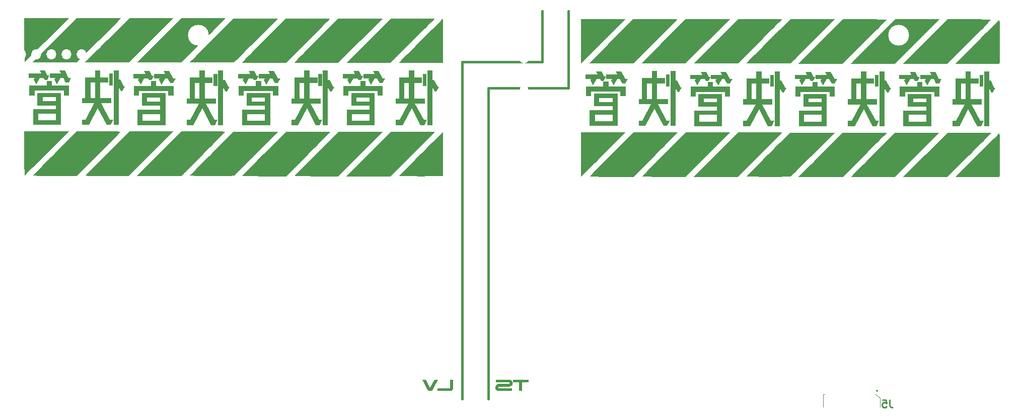
<source format=gbr>
%TF.GenerationSoftware,KiCad,Pcbnew,8.0.0*%
%TF.CreationDate,2024-03-12T18:48:21+01:00*%
%TF.ProjectId,FT24-AMS_Slave-v5,46543234-2d41-44d5-935f-536c6176652d,rev?*%
%TF.SameCoordinates,PX2faf080PY47868c0*%
%TF.FileFunction,Legend,Bot*%
%TF.FilePolarity,Positive*%
%FSLAX46Y46*%
G04 Gerber Fmt 4.6, Leading zero omitted, Abs format (unit mm)*
G04 Created by KiCad (PCBNEW 8.0.0) date 2024-03-12 18:48:21*
%MOMM*%
%LPD*%
G01*
G04 APERTURE LIST*
%ADD10C,0.400000*%
%ADD11C,0.150000*%
%ADD12C,0.300000*%
%ADD13C,0.254000*%
%ADD14C,0.100000*%
%ADD15C,0.200000*%
%ADD16C,0.000000*%
%ADD17R,1.700000X1.700000*%
%ADD18O,1.700000X1.700000*%
%ADD19C,3.500000*%
%ADD20C,1.400000*%
%ADD21C,0.850000*%
%ADD22R,0.550000X1.500000*%
G04 APERTURE END LIST*
D10*
X116700000Y-200000D02*
X116700000Y-13200000D01*
X98799847Y-65500000D02*
X98800152Y-8800000D01*
X112300000Y-200000D02*
X112300000Y-8800000D01*
X112300000Y-8800000D02*
X98800000Y-8800000D01*
X103200000Y-65500000D02*
X103200000Y-13200000D01*
X116700000Y-13200000D02*
X103200000Y-13200000D01*
D11*
G36*
X55558033Y-11433838D02*
G01*
X56867175Y-11433838D01*
X56867175Y-12309204D01*
X55558033Y-12309204D01*
X55558033Y-14935303D01*
X57383015Y-14935303D01*
X57383015Y-15810669D01*
X55690901Y-15810669D01*
X57146588Y-18561821D01*
X57707370Y-18561821D01*
X57259917Y-19437187D01*
X56609254Y-19437187D01*
X55120350Y-16602016D01*
X53619722Y-19437187D01*
X52476665Y-19437187D01*
X52476665Y-18561821D01*
X53082387Y-18561821D01*
X54538075Y-15810669D01*
X52476665Y-15810669D01*
X52476665Y-14935303D01*
X53013999Y-14935303D01*
X53013999Y-12309204D01*
X53887412Y-12309204D01*
X53887412Y-14935303D01*
X54661173Y-14935303D01*
X54661173Y-12309204D01*
X53887412Y-12309204D01*
X53013999Y-12309204D01*
X53013999Y-11433838D01*
X54661173Y-11433838D01*
X54661173Y-10245840D01*
X55558033Y-10245840D01*
X55558033Y-11433838D01*
G37*
G36*
X58637447Y-11805087D02*
G01*
X58905137Y-11805087D01*
X59532352Y-12995038D01*
X59700392Y-12995038D01*
X59276386Y-13792246D01*
X59028235Y-13792246D01*
X58637447Y-13065380D01*
X58637447Y-19437187D01*
X57785528Y-19437187D01*
X57785528Y-10245840D01*
X58637447Y-10245840D01*
X58637447Y-11805087D01*
G37*
G36*
X57640936Y-12809413D02*
G01*
X57023490Y-12809413D01*
X57023490Y-10808576D01*
X57640936Y-10808576D01*
X57640936Y-12809413D01*
G37*
G36*
X48930259Y-19437187D02*
G01*
X44215395Y-19437187D01*
X44215395Y-17561402D01*
X45088807Y-17561402D01*
X45088807Y-18686873D01*
X48056847Y-18686873D01*
X48056847Y-17561402D01*
X45088807Y-17561402D01*
X44215395Y-17561402D01*
X44215395Y-16811088D01*
X48056847Y-16811088D01*
X48056847Y-16185826D01*
X44953985Y-16185826D01*
X44953985Y-14810251D01*
X45827398Y-14810251D01*
X45827398Y-15435512D01*
X48056847Y-15435512D01*
X48056847Y-14810251D01*
X45827398Y-14810251D01*
X44953985Y-14810251D01*
X44953985Y-14059937D01*
X48930259Y-14059937D01*
X48930259Y-19437187D01*
G37*
G36*
X47384690Y-12809413D02*
G01*
X50274572Y-12809413D01*
X50274572Y-14487850D01*
X49401159Y-14487850D01*
X49401159Y-13684780D01*
X44483085Y-13684780D01*
X44483085Y-14487850D01*
X43609673Y-14487850D01*
X43609673Y-12809413D01*
X46511278Y-12809413D01*
X46511278Y-12037606D01*
X47384690Y-12037606D01*
X47384690Y-12809413D01*
G37*
G36*
X50217907Y-11547166D02*
G01*
X50643867Y-11547166D01*
X50229631Y-12307250D01*
X49713790Y-12307250D01*
X49299554Y-11537397D01*
X48861871Y-11537397D01*
X48269826Y-12643328D01*
X47832143Y-11814856D01*
X47978689Y-11537397D01*
X47025165Y-11537397D01*
X47025165Y-10808576D01*
X48885318Y-10808576D01*
X48639121Y-10286873D01*
X49557475Y-10286873D01*
X50217907Y-11547166D01*
G37*
G36*
X46667593Y-11140746D02*
G01*
X46991948Y-11140746D01*
X46589435Y-11869567D01*
X46163476Y-11869567D01*
X45983713Y-11537397D01*
X45346728Y-11537397D01*
X44762499Y-12631604D01*
X44326770Y-11805087D01*
X44471362Y-11537397D01*
X43519791Y-11537397D01*
X43519791Y-10808576D01*
X45569477Y-10808576D01*
X45323281Y-10286873D01*
X46229910Y-10286873D01*
X46667593Y-11140746D01*
G37*
G36*
X184373761Y-11586755D02*
G01*
X185682903Y-11586755D01*
X185682903Y-12462121D01*
X184373761Y-12462121D01*
X184373761Y-15088220D01*
X186198743Y-15088220D01*
X186198743Y-15963586D01*
X184506629Y-15963586D01*
X185962316Y-18714738D01*
X186523098Y-18714738D01*
X186075645Y-19590104D01*
X185424982Y-19590104D01*
X183936078Y-16754933D01*
X182435450Y-19590104D01*
X181292393Y-19590104D01*
X181292393Y-18714738D01*
X181898115Y-18714738D01*
X183353803Y-15963586D01*
X181292393Y-15963586D01*
X181292393Y-15088220D01*
X181829727Y-15088220D01*
X181829727Y-12462121D01*
X182703140Y-12462121D01*
X182703140Y-15088220D01*
X183476901Y-15088220D01*
X183476901Y-12462121D01*
X182703140Y-12462121D01*
X181829727Y-12462121D01*
X181829727Y-11586755D01*
X183476901Y-11586755D01*
X183476901Y-10398757D01*
X184373761Y-10398757D01*
X184373761Y-11586755D01*
G37*
G36*
X187453175Y-11958004D02*
G01*
X187720865Y-11958004D01*
X188348080Y-13147955D01*
X188516120Y-13147955D01*
X188092114Y-13945163D01*
X187843963Y-13945163D01*
X187453175Y-13218297D01*
X187453175Y-19590104D01*
X186601256Y-19590104D01*
X186601256Y-10398757D01*
X187453175Y-10398757D01*
X187453175Y-11958004D01*
G37*
G36*
X186456664Y-12962330D02*
G01*
X185839218Y-12962330D01*
X185839218Y-10961493D01*
X186456664Y-10961493D01*
X186456664Y-12962330D01*
G37*
G36*
X177745987Y-19590104D02*
G01*
X173031123Y-19590104D01*
X173031123Y-17714319D01*
X173904535Y-17714319D01*
X173904535Y-18839790D01*
X176872575Y-18839790D01*
X176872575Y-17714319D01*
X173904535Y-17714319D01*
X173031123Y-17714319D01*
X173031123Y-16964005D01*
X176872575Y-16964005D01*
X176872575Y-16338743D01*
X173769713Y-16338743D01*
X173769713Y-14963168D01*
X174643126Y-14963168D01*
X174643126Y-15588429D01*
X176872575Y-15588429D01*
X176872575Y-14963168D01*
X174643126Y-14963168D01*
X173769713Y-14963168D01*
X173769713Y-14212854D01*
X177745987Y-14212854D01*
X177745987Y-19590104D01*
G37*
G36*
X176200418Y-12962330D02*
G01*
X179090300Y-12962330D01*
X179090300Y-14640767D01*
X178216887Y-14640767D01*
X178216887Y-13837697D01*
X173298813Y-13837697D01*
X173298813Y-14640767D01*
X172425401Y-14640767D01*
X172425401Y-12962330D01*
X175327006Y-12962330D01*
X175327006Y-12190523D01*
X176200418Y-12190523D01*
X176200418Y-12962330D01*
G37*
G36*
X179033635Y-11700083D02*
G01*
X179459595Y-11700083D01*
X179045359Y-12460167D01*
X178529518Y-12460167D01*
X178115282Y-11690314D01*
X177677599Y-11690314D01*
X177085554Y-12796245D01*
X176647871Y-11967773D01*
X176794417Y-11690314D01*
X175840893Y-11690314D01*
X175840893Y-10961493D01*
X177701046Y-10961493D01*
X177454849Y-10439790D01*
X178373203Y-10439790D01*
X179033635Y-11700083D01*
G37*
G36*
X175483321Y-11293663D02*
G01*
X175807676Y-11293663D01*
X175405163Y-12022484D01*
X174979204Y-12022484D01*
X174799441Y-11690314D01*
X174162456Y-11690314D01*
X173578227Y-12784521D01*
X173142498Y-11958004D01*
X173287090Y-11690314D01*
X172335519Y-11690314D01*
X172335519Y-10961493D01*
X174385205Y-10961493D01*
X174139009Y-10439790D01*
X175045638Y-10439790D01*
X175483321Y-11293663D01*
G37*
G36*
X37988976Y-11370810D02*
G01*
X39298118Y-11370810D01*
X39298118Y-12246176D01*
X37988976Y-12246176D01*
X37988976Y-14872275D01*
X39813958Y-14872275D01*
X39813958Y-15747641D01*
X38121844Y-15747641D01*
X39577531Y-18498793D01*
X40138313Y-18498793D01*
X39690860Y-19374159D01*
X39040197Y-19374159D01*
X37551293Y-16538988D01*
X36050665Y-19374159D01*
X34907608Y-19374159D01*
X34907608Y-18498793D01*
X35513330Y-18498793D01*
X36969018Y-15747641D01*
X34907608Y-15747641D01*
X34907608Y-14872275D01*
X35444942Y-14872275D01*
X35444942Y-12246176D01*
X36318355Y-12246176D01*
X36318355Y-14872275D01*
X37092116Y-14872275D01*
X37092116Y-12246176D01*
X36318355Y-12246176D01*
X35444942Y-12246176D01*
X35444942Y-11370810D01*
X37092116Y-11370810D01*
X37092116Y-10182812D01*
X37988976Y-10182812D01*
X37988976Y-11370810D01*
G37*
G36*
X41068390Y-11742059D02*
G01*
X41336080Y-11742059D01*
X41963295Y-12932010D01*
X42131335Y-12932010D01*
X41707329Y-13729218D01*
X41459178Y-13729218D01*
X41068390Y-13002352D01*
X41068390Y-19374159D01*
X40216471Y-19374159D01*
X40216471Y-10182812D01*
X41068390Y-10182812D01*
X41068390Y-11742059D01*
G37*
G36*
X40071879Y-12746385D02*
G01*
X39454433Y-12746385D01*
X39454433Y-10745548D01*
X40071879Y-10745548D01*
X40071879Y-12746385D01*
G37*
G36*
X31361202Y-19374159D02*
G01*
X26646338Y-19374159D01*
X26646338Y-17498374D01*
X27519750Y-17498374D01*
X27519750Y-18623845D01*
X30487790Y-18623845D01*
X30487790Y-17498374D01*
X27519750Y-17498374D01*
X26646338Y-17498374D01*
X26646338Y-16748060D01*
X30487790Y-16748060D01*
X30487790Y-16122798D01*
X27384928Y-16122798D01*
X27384928Y-14747223D01*
X28258341Y-14747223D01*
X28258341Y-15372484D01*
X30487790Y-15372484D01*
X30487790Y-14747223D01*
X28258341Y-14747223D01*
X27384928Y-14747223D01*
X27384928Y-13996909D01*
X31361202Y-13996909D01*
X31361202Y-19374159D01*
G37*
G36*
X29815633Y-12746385D02*
G01*
X32705515Y-12746385D01*
X32705515Y-14424822D01*
X31832102Y-14424822D01*
X31832102Y-13621752D01*
X26914028Y-13621752D01*
X26914028Y-14424822D01*
X26040616Y-14424822D01*
X26040616Y-12746385D01*
X28942221Y-12746385D01*
X28942221Y-11974578D01*
X29815633Y-11974578D01*
X29815633Y-12746385D01*
G37*
G36*
X32648850Y-11484138D02*
G01*
X33074810Y-11484138D01*
X32660574Y-12244222D01*
X32144733Y-12244222D01*
X31730497Y-11474369D01*
X31292814Y-11474369D01*
X30700769Y-12580300D01*
X30263086Y-11751828D01*
X30409632Y-11474369D01*
X29456108Y-11474369D01*
X29456108Y-10745548D01*
X31316261Y-10745548D01*
X31070064Y-10223845D01*
X31988418Y-10223845D01*
X32648850Y-11484138D01*
G37*
G36*
X29098536Y-11077718D02*
G01*
X29422891Y-11077718D01*
X29020378Y-11806539D01*
X28594419Y-11806539D01*
X28414656Y-11474369D01*
X27777671Y-11474369D01*
X27193442Y-12568576D01*
X26757713Y-11742059D01*
X26902305Y-11474369D01*
X25950734Y-11474369D01*
X25950734Y-10745548D01*
X28000420Y-10745548D01*
X27754224Y-10223845D01*
X28660853Y-10223845D01*
X29098536Y-11077718D01*
G37*
D12*
G36*
X97324284Y-63598241D02*
G01*
X97324284Y-62252951D01*
X96808932Y-62252951D01*
X96808932Y-63691053D01*
X94649825Y-63691053D01*
X94649825Y-64191263D01*
X96723447Y-64191263D01*
X96824122Y-64182848D01*
X96919702Y-64157603D01*
X97010186Y-64115528D01*
X97095574Y-64056624D01*
X97142079Y-64015408D01*
X97213075Y-63935339D01*
X97266633Y-63849006D01*
X97302754Y-63756408D01*
X97321437Y-63657546D01*
X97324284Y-63598241D01*
G37*
G36*
X94766085Y-62252951D02*
G01*
X94182344Y-62252951D01*
X93440823Y-63663210D01*
X92685624Y-62252951D01*
X92101395Y-62252951D01*
X92934263Y-63801451D01*
X92988134Y-63892813D01*
X93059981Y-63989885D01*
X93136836Y-64067924D01*
X93218700Y-64126928D01*
X93323549Y-64172609D01*
X93435611Y-64190882D01*
X93454989Y-64191263D01*
X93560805Y-64175188D01*
X93663565Y-64126966D01*
X93746863Y-64062222D01*
X93828038Y-63975153D01*
X93891449Y-63889424D01*
X93953502Y-63789407D01*
X93984019Y-63734040D01*
X94766085Y-62252951D01*
G37*
D11*
G36*
X73173761Y-11433838D02*
G01*
X74482903Y-11433838D01*
X74482903Y-12309204D01*
X73173761Y-12309204D01*
X73173761Y-14935303D01*
X74998743Y-14935303D01*
X74998743Y-15810669D01*
X73306629Y-15810669D01*
X74762316Y-18561821D01*
X75323098Y-18561821D01*
X74875645Y-19437187D01*
X74224982Y-19437187D01*
X72736078Y-16602016D01*
X71235450Y-19437187D01*
X70092393Y-19437187D01*
X70092393Y-18561821D01*
X70698115Y-18561821D01*
X72153803Y-15810669D01*
X70092393Y-15810669D01*
X70092393Y-14935303D01*
X70629727Y-14935303D01*
X70629727Y-12309204D01*
X71503140Y-12309204D01*
X71503140Y-14935303D01*
X72276901Y-14935303D01*
X72276901Y-12309204D01*
X71503140Y-12309204D01*
X70629727Y-12309204D01*
X70629727Y-11433838D01*
X72276901Y-11433838D01*
X72276901Y-10245840D01*
X73173761Y-10245840D01*
X73173761Y-11433838D01*
G37*
G36*
X76253175Y-11805087D02*
G01*
X76520865Y-11805087D01*
X77148080Y-12995038D01*
X77316120Y-12995038D01*
X76892114Y-13792246D01*
X76643963Y-13792246D01*
X76253175Y-13065380D01*
X76253175Y-19437187D01*
X75401256Y-19437187D01*
X75401256Y-10245840D01*
X76253175Y-10245840D01*
X76253175Y-11805087D01*
G37*
G36*
X75256664Y-12809413D02*
G01*
X74639218Y-12809413D01*
X74639218Y-10808576D01*
X75256664Y-10808576D01*
X75256664Y-12809413D01*
G37*
G36*
X66545987Y-19437187D02*
G01*
X61831123Y-19437187D01*
X61831123Y-17561402D01*
X62704535Y-17561402D01*
X62704535Y-18686873D01*
X65672575Y-18686873D01*
X65672575Y-17561402D01*
X62704535Y-17561402D01*
X61831123Y-17561402D01*
X61831123Y-16811088D01*
X65672575Y-16811088D01*
X65672575Y-16185826D01*
X62569713Y-16185826D01*
X62569713Y-14810251D01*
X63443126Y-14810251D01*
X63443126Y-15435512D01*
X65672575Y-15435512D01*
X65672575Y-14810251D01*
X63443126Y-14810251D01*
X62569713Y-14810251D01*
X62569713Y-14059937D01*
X66545987Y-14059937D01*
X66545987Y-19437187D01*
G37*
G36*
X65000418Y-12809413D02*
G01*
X67890300Y-12809413D01*
X67890300Y-14487850D01*
X67016887Y-14487850D01*
X67016887Y-13684780D01*
X62098813Y-13684780D01*
X62098813Y-14487850D01*
X61225401Y-14487850D01*
X61225401Y-12809413D01*
X64127006Y-12809413D01*
X64127006Y-12037606D01*
X65000418Y-12037606D01*
X65000418Y-12809413D01*
G37*
G36*
X67833635Y-11547166D02*
G01*
X68259595Y-11547166D01*
X67845359Y-12307250D01*
X67329518Y-12307250D01*
X66915282Y-11537397D01*
X66477599Y-11537397D01*
X65885554Y-12643328D01*
X65447871Y-11814856D01*
X65594417Y-11537397D01*
X64640893Y-11537397D01*
X64640893Y-10808576D01*
X66501046Y-10808576D01*
X66254849Y-10286873D01*
X67173203Y-10286873D01*
X67833635Y-11547166D01*
G37*
G36*
X64283321Y-11140746D02*
G01*
X64607676Y-11140746D01*
X64205163Y-11869567D01*
X63779204Y-11869567D01*
X63599441Y-11537397D01*
X62962456Y-11537397D01*
X62378227Y-12631604D01*
X61942498Y-11805087D01*
X62087090Y-11537397D01*
X61135519Y-11537397D01*
X61135519Y-10808576D01*
X63185205Y-10808576D01*
X62939009Y-10286873D01*
X63845638Y-10286873D01*
X64283321Y-11140746D01*
G37*
G36*
X90758033Y-11433838D02*
G01*
X92067175Y-11433838D01*
X92067175Y-12309204D01*
X90758033Y-12309204D01*
X90758033Y-14935303D01*
X92583015Y-14935303D01*
X92583015Y-15810669D01*
X90890901Y-15810669D01*
X92346588Y-18561821D01*
X92907370Y-18561821D01*
X92459917Y-19437187D01*
X91809254Y-19437187D01*
X90320350Y-16602016D01*
X88819722Y-19437187D01*
X87676665Y-19437187D01*
X87676665Y-18561821D01*
X88282387Y-18561821D01*
X89738075Y-15810669D01*
X87676665Y-15810669D01*
X87676665Y-14935303D01*
X88213999Y-14935303D01*
X88213999Y-12309204D01*
X89087412Y-12309204D01*
X89087412Y-14935303D01*
X89861173Y-14935303D01*
X89861173Y-12309204D01*
X89087412Y-12309204D01*
X88213999Y-12309204D01*
X88213999Y-11433838D01*
X89861173Y-11433838D01*
X89861173Y-10245840D01*
X90758033Y-10245840D01*
X90758033Y-11433838D01*
G37*
G36*
X93837447Y-11805087D02*
G01*
X94105137Y-11805087D01*
X94732352Y-12995038D01*
X94900392Y-12995038D01*
X94476386Y-13792246D01*
X94228235Y-13792246D01*
X93837447Y-13065380D01*
X93837447Y-19437187D01*
X92985528Y-19437187D01*
X92985528Y-10245840D01*
X93837447Y-10245840D01*
X93837447Y-11805087D01*
G37*
G36*
X92840936Y-12809413D02*
G01*
X92223490Y-12809413D01*
X92223490Y-10808576D01*
X92840936Y-10808576D01*
X92840936Y-12809413D01*
G37*
G36*
X84130259Y-19437187D02*
G01*
X79415395Y-19437187D01*
X79415395Y-17561402D01*
X80288807Y-17561402D01*
X80288807Y-18686873D01*
X83256847Y-18686873D01*
X83256847Y-17561402D01*
X80288807Y-17561402D01*
X79415395Y-17561402D01*
X79415395Y-16811088D01*
X83256847Y-16811088D01*
X83256847Y-16185826D01*
X80153985Y-16185826D01*
X80153985Y-14810251D01*
X81027398Y-14810251D01*
X81027398Y-15435512D01*
X83256847Y-15435512D01*
X83256847Y-14810251D01*
X81027398Y-14810251D01*
X80153985Y-14810251D01*
X80153985Y-14059937D01*
X84130259Y-14059937D01*
X84130259Y-19437187D01*
G37*
G36*
X82584690Y-12809413D02*
G01*
X85474572Y-12809413D01*
X85474572Y-14487850D01*
X84601159Y-14487850D01*
X84601159Y-13684780D01*
X79683085Y-13684780D01*
X79683085Y-14487850D01*
X78809673Y-14487850D01*
X78809673Y-12809413D01*
X81711278Y-12809413D01*
X81711278Y-12037606D01*
X82584690Y-12037606D01*
X82584690Y-12809413D01*
G37*
G36*
X85417907Y-11547166D02*
G01*
X85843867Y-11547166D01*
X85429631Y-12307250D01*
X84913790Y-12307250D01*
X84499554Y-11537397D01*
X84061871Y-11537397D01*
X83469826Y-12643328D01*
X83032143Y-11814856D01*
X83178689Y-11537397D01*
X82225165Y-11537397D01*
X82225165Y-10808576D01*
X84085318Y-10808576D01*
X83839121Y-10286873D01*
X84757475Y-10286873D01*
X85417907Y-11547166D01*
G37*
G36*
X81867593Y-11140746D02*
G01*
X82191948Y-11140746D01*
X81789435Y-11869567D01*
X81363476Y-11869567D01*
X81183713Y-11537397D01*
X80546728Y-11537397D01*
X79962499Y-12631604D01*
X79526770Y-11805087D01*
X79671362Y-11537397D01*
X78719791Y-11537397D01*
X78719791Y-10808576D01*
X80769477Y-10808576D01*
X80523281Y-10286873D01*
X81429910Y-10286873D01*
X81867593Y-11140746D01*
G37*
D12*
G36*
X110016608Y-62753161D02*
G01*
X110016608Y-62252951D01*
X107336775Y-62252951D01*
X107336775Y-62753161D01*
X108417306Y-62753161D01*
X108417306Y-64191263D01*
X108933147Y-64191263D01*
X108933147Y-62753161D01*
X110016608Y-62753161D01*
G37*
G36*
X106604535Y-62252951D02*
G01*
X104528471Y-62252951D01*
X104528471Y-62753161D01*
X106782344Y-62753161D01*
X106782344Y-62940739D01*
X105058967Y-62940739D01*
X104947980Y-62949388D01*
X104842837Y-62975334D01*
X104743537Y-63018577D01*
X104650081Y-63079118D01*
X104599302Y-63121479D01*
X104531404Y-63192279D01*
X104469945Y-63282519D01*
X104427607Y-63380987D01*
X104404389Y-63487683D01*
X104399511Y-63568932D01*
X104409118Y-63681528D01*
X104437939Y-63785943D01*
X104485974Y-63882178D01*
X104553224Y-63970230D01*
X104600279Y-64016873D01*
X104686779Y-64084824D01*
X104780011Y-64136085D01*
X104879975Y-64170656D01*
X104986671Y-64188538D01*
X105050662Y-64191263D01*
X107211235Y-64191263D01*
X107211235Y-63691053D01*
X104917794Y-63691053D01*
X104917794Y-63440949D01*
X106671946Y-63440949D01*
X106781748Y-63433071D01*
X106885472Y-63409439D01*
X106983119Y-63370053D01*
X107074688Y-63314912D01*
X107124284Y-63276329D01*
X107194672Y-63208403D01*
X107258385Y-63122297D01*
X107302276Y-63028804D01*
X107326346Y-62927925D01*
X107331402Y-62851346D01*
X107323107Y-62753018D01*
X107292463Y-62647200D01*
X107239239Y-62550966D01*
X107175646Y-62476107D01*
X107095464Y-62408290D01*
X106999844Y-62347762D01*
X106897633Y-62302101D01*
X106788830Y-62271307D01*
X106690323Y-62256744D01*
X106604535Y-62252951D01*
G37*
D11*
G36*
X131604704Y-11523727D02*
G01*
X132913846Y-11523727D01*
X132913846Y-12399093D01*
X131604704Y-12399093D01*
X131604704Y-15025192D01*
X133429686Y-15025192D01*
X133429686Y-15900558D01*
X131737572Y-15900558D01*
X133193259Y-18651710D01*
X133754041Y-18651710D01*
X133306588Y-19527076D01*
X132655925Y-19527076D01*
X131167021Y-16691905D01*
X129666393Y-19527076D01*
X128523336Y-19527076D01*
X128523336Y-18651710D01*
X129129058Y-18651710D01*
X130584746Y-15900558D01*
X128523336Y-15900558D01*
X128523336Y-15025192D01*
X129060670Y-15025192D01*
X129060670Y-12399093D01*
X129934083Y-12399093D01*
X129934083Y-15025192D01*
X130707844Y-15025192D01*
X130707844Y-12399093D01*
X129934083Y-12399093D01*
X129060670Y-12399093D01*
X129060670Y-11523727D01*
X130707844Y-11523727D01*
X130707844Y-10335729D01*
X131604704Y-10335729D01*
X131604704Y-11523727D01*
G37*
G36*
X134684118Y-11894976D02*
G01*
X134951808Y-11894976D01*
X135579023Y-13084927D01*
X135747063Y-13084927D01*
X135323057Y-13882135D01*
X135074906Y-13882135D01*
X134684118Y-13155269D01*
X134684118Y-19527076D01*
X133832199Y-19527076D01*
X133832199Y-10335729D01*
X134684118Y-10335729D01*
X134684118Y-11894976D01*
G37*
G36*
X133687607Y-12899302D02*
G01*
X133070161Y-12899302D01*
X133070161Y-10898465D01*
X133687607Y-10898465D01*
X133687607Y-12899302D01*
G37*
G36*
X124976930Y-19527076D02*
G01*
X120262066Y-19527076D01*
X120262066Y-17651291D01*
X121135478Y-17651291D01*
X121135478Y-18776762D01*
X124103518Y-18776762D01*
X124103518Y-17651291D01*
X121135478Y-17651291D01*
X120262066Y-17651291D01*
X120262066Y-16900977D01*
X124103518Y-16900977D01*
X124103518Y-16275715D01*
X121000656Y-16275715D01*
X121000656Y-14900140D01*
X121874069Y-14900140D01*
X121874069Y-15525401D01*
X124103518Y-15525401D01*
X124103518Y-14900140D01*
X121874069Y-14900140D01*
X121000656Y-14900140D01*
X121000656Y-14149826D01*
X124976930Y-14149826D01*
X124976930Y-19527076D01*
G37*
G36*
X123431361Y-12899302D02*
G01*
X126321243Y-12899302D01*
X126321243Y-14577739D01*
X125447830Y-14577739D01*
X125447830Y-13774669D01*
X120529756Y-13774669D01*
X120529756Y-14577739D01*
X119656344Y-14577739D01*
X119656344Y-12899302D01*
X122557949Y-12899302D01*
X122557949Y-12127495D01*
X123431361Y-12127495D01*
X123431361Y-12899302D01*
G37*
G36*
X126264578Y-11637055D02*
G01*
X126690538Y-11637055D01*
X126276302Y-12397139D01*
X125760461Y-12397139D01*
X125346225Y-11627286D01*
X124908542Y-11627286D01*
X124316497Y-12733217D01*
X123878814Y-11904745D01*
X124025360Y-11627286D01*
X123071836Y-11627286D01*
X123071836Y-10898465D01*
X124931989Y-10898465D01*
X124685792Y-10376762D01*
X125604146Y-10376762D01*
X126264578Y-11637055D01*
G37*
G36*
X122714264Y-11230635D02*
G01*
X123038619Y-11230635D01*
X122636106Y-11959456D01*
X122210147Y-11959456D01*
X122030384Y-11627286D01*
X121393399Y-11627286D01*
X120809170Y-12721493D01*
X120373441Y-11894976D01*
X120518033Y-11627286D01*
X119566462Y-11627286D01*
X119566462Y-10898465D01*
X121616148Y-10898465D01*
X121369952Y-10376762D01*
X122276581Y-10376762D01*
X122714264Y-11230635D01*
G37*
G36*
X149173761Y-11586755D02*
G01*
X150482903Y-11586755D01*
X150482903Y-12462121D01*
X149173761Y-12462121D01*
X149173761Y-15088220D01*
X150998743Y-15088220D01*
X150998743Y-15963586D01*
X149306629Y-15963586D01*
X150762316Y-18714738D01*
X151323098Y-18714738D01*
X150875645Y-19590104D01*
X150224982Y-19590104D01*
X148736078Y-16754933D01*
X147235450Y-19590104D01*
X146092393Y-19590104D01*
X146092393Y-18714738D01*
X146698115Y-18714738D01*
X148153803Y-15963586D01*
X146092393Y-15963586D01*
X146092393Y-15088220D01*
X146629727Y-15088220D01*
X146629727Y-12462121D01*
X147503140Y-12462121D01*
X147503140Y-15088220D01*
X148276901Y-15088220D01*
X148276901Y-12462121D01*
X147503140Y-12462121D01*
X146629727Y-12462121D01*
X146629727Y-11586755D01*
X148276901Y-11586755D01*
X148276901Y-10398757D01*
X149173761Y-10398757D01*
X149173761Y-11586755D01*
G37*
G36*
X152253175Y-11958004D02*
G01*
X152520865Y-11958004D01*
X153148080Y-13147955D01*
X153316120Y-13147955D01*
X152892114Y-13945163D01*
X152643963Y-13945163D01*
X152253175Y-13218297D01*
X152253175Y-19590104D01*
X151401256Y-19590104D01*
X151401256Y-10398757D01*
X152253175Y-10398757D01*
X152253175Y-11958004D01*
G37*
G36*
X151256664Y-12962330D02*
G01*
X150639218Y-12962330D01*
X150639218Y-10961493D01*
X151256664Y-10961493D01*
X151256664Y-12962330D01*
G37*
G36*
X142545987Y-19590104D02*
G01*
X137831123Y-19590104D01*
X137831123Y-17714319D01*
X138704535Y-17714319D01*
X138704535Y-18839790D01*
X141672575Y-18839790D01*
X141672575Y-17714319D01*
X138704535Y-17714319D01*
X137831123Y-17714319D01*
X137831123Y-16964005D01*
X141672575Y-16964005D01*
X141672575Y-16338743D01*
X138569713Y-16338743D01*
X138569713Y-14963168D01*
X139443126Y-14963168D01*
X139443126Y-15588429D01*
X141672575Y-15588429D01*
X141672575Y-14963168D01*
X139443126Y-14963168D01*
X138569713Y-14963168D01*
X138569713Y-14212854D01*
X142545987Y-14212854D01*
X142545987Y-19590104D01*
G37*
G36*
X141000418Y-12962330D02*
G01*
X143890300Y-12962330D01*
X143890300Y-14640767D01*
X143016887Y-14640767D01*
X143016887Y-13837697D01*
X138098813Y-13837697D01*
X138098813Y-14640767D01*
X137225401Y-14640767D01*
X137225401Y-12962330D01*
X140127006Y-12962330D01*
X140127006Y-12190523D01*
X141000418Y-12190523D01*
X141000418Y-12962330D01*
G37*
G36*
X143833635Y-11700083D02*
G01*
X144259595Y-11700083D01*
X143845359Y-12460167D01*
X143329518Y-12460167D01*
X142915282Y-11690314D01*
X142477599Y-11690314D01*
X141885554Y-12796245D01*
X141447871Y-11967773D01*
X141594417Y-11690314D01*
X140640893Y-11690314D01*
X140640893Y-10961493D01*
X142501046Y-10961493D01*
X142254849Y-10439790D01*
X143173203Y-10439790D01*
X143833635Y-11700083D01*
G37*
G36*
X140283321Y-11293663D02*
G01*
X140607676Y-11293663D01*
X140205163Y-12022484D01*
X139779204Y-12022484D01*
X139599441Y-11690314D01*
X138962456Y-11690314D01*
X138378227Y-12784521D01*
X137942498Y-11958004D01*
X138087090Y-11690314D01*
X137135519Y-11690314D01*
X137135519Y-10961493D01*
X139185205Y-10961493D01*
X138939009Y-10439790D01*
X139845638Y-10439790D01*
X140283321Y-11293663D01*
G37*
G36*
X166789489Y-11586755D02*
G01*
X168098631Y-11586755D01*
X168098631Y-12462121D01*
X166789489Y-12462121D01*
X166789489Y-15088220D01*
X168614471Y-15088220D01*
X168614471Y-15963586D01*
X166922357Y-15963586D01*
X168378044Y-18714738D01*
X168938826Y-18714738D01*
X168491373Y-19590104D01*
X167840710Y-19590104D01*
X166351806Y-16754933D01*
X164851178Y-19590104D01*
X163708121Y-19590104D01*
X163708121Y-18714738D01*
X164313843Y-18714738D01*
X165769531Y-15963586D01*
X163708121Y-15963586D01*
X163708121Y-15088220D01*
X164245455Y-15088220D01*
X164245455Y-12462121D01*
X165118868Y-12462121D01*
X165118868Y-15088220D01*
X165892629Y-15088220D01*
X165892629Y-12462121D01*
X165118868Y-12462121D01*
X164245455Y-12462121D01*
X164245455Y-11586755D01*
X165892629Y-11586755D01*
X165892629Y-10398757D01*
X166789489Y-10398757D01*
X166789489Y-11586755D01*
G37*
G36*
X169868903Y-11958004D02*
G01*
X170136593Y-11958004D01*
X170763808Y-13147955D01*
X170931848Y-13147955D01*
X170507842Y-13945163D01*
X170259691Y-13945163D01*
X169868903Y-13218297D01*
X169868903Y-19590104D01*
X169016984Y-19590104D01*
X169016984Y-10398757D01*
X169868903Y-10398757D01*
X169868903Y-11958004D01*
G37*
G36*
X168872392Y-12962330D02*
G01*
X168254946Y-12962330D01*
X168254946Y-10961493D01*
X168872392Y-10961493D01*
X168872392Y-12962330D01*
G37*
G36*
X160161715Y-19590104D02*
G01*
X155446851Y-19590104D01*
X155446851Y-17714319D01*
X156320263Y-17714319D01*
X156320263Y-18839790D01*
X159288303Y-18839790D01*
X159288303Y-17714319D01*
X156320263Y-17714319D01*
X155446851Y-17714319D01*
X155446851Y-16964005D01*
X159288303Y-16964005D01*
X159288303Y-16338743D01*
X156185441Y-16338743D01*
X156185441Y-14963168D01*
X157058854Y-14963168D01*
X157058854Y-15588429D01*
X159288303Y-15588429D01*
X159288303Y-14963168D01*
X157058854Y-14963168D01*
X156185441Y-14963168D01*
X156185441Y-14212854D01*
X160161715Y-14212854D01*
X160161715Y-19590104D01*
G37*
G36*
X158616146Y-12962330D02*
G01*
X161506028Y-12962330D01*
X161506028Y-14640767D01*
X160632615Y-14640767D01*
X160632615Y-13837697D01*
X155714541Y-13837697D01*
X155714541Y-14640767D01*
X154841129Y-14640767D01*
X154841129Y-12962330D01*
X157742734Y-12962330D01*
X157742734Y-12190523D01*
X158616146Y-12190523D01*
X158616146Y-12962330D01*
G37*
G36*
X161449363Y-11700083D02*
G01*
X161875323Y-11700083D01*
X161461087Y-12460167D01*
X160945246Y-12460167D01*
X160531010Y-11690314D01*
X160093327Y-11690314D01*
X159501282Y-12796245D01*
X159063599Y-11967773D01*
X159210145Y-11690314D01*
X158256621Y-11690314D01*
X158256621Y-10961493D01*
X160116774Y-10961493D01*
X159870577Y-10439790D01*
X160788931Y-10439790D01*
X161449363Y-11700083D01*
G37*
G36*
X157899049Y-11293663D02*
G01*
X158223404Y-11293663D01*
X157820891Y-12022484D01*
X157394932Y-12022484D01*
X157215169Y-11690314D01*
X156578184Y-11690314D01*
X155993955Y-12784521D01*
X155558226Y-11958004D01*
X155702818Y-11690314D01*
X154751247Y-11690314D01*
X154751247Y-10961493D01*
X156800933Y-10961493D01*
X156554737Y-10439790D01*
X157461366Y-10439790D01*
X157899049Y-11293663D01*
G37*
D13*
X170723332Y-65654318D02*
X170723332Y-66561461D01*
X170723332Y-66561461D02*
X170783809Y-66742889D01*
X170783809Y-66742889D02*
X170904761Y-66863842D01*
X170904761Y-66863842D02*
X171086190Y-66924318D01*
X171086190Y-66924318D02*
X171207142Y-66924318D01*
X169513809Y-65654318D02*
X170118571Y-65654318D01*
X170118571Y-65654318D02*
X170179047Y-66259080D01*
X170179047Y-66259080D02*
X170118571Y-66198603D01*
X170118571Y-66198603D02*
X169997618Y-66138127D01*
X169997618Y-66138127D02*
X169695237Y-66138127D01*
X169695237Y-66138127D02*
X169574285Y-66198603D01*
X169574285Y-66198603D02*
X169513809Y-66259080D01*
X169513809Y-66259080D02*
X169453332Y-66380032D01*
X169453332Y-66380032D02*
X169453332Y-66682413D01*
X169453332Y-66682413D02*
X169513809Y-66803365D01*
X169513809Y-66803365D02*
X169574285Y-66863842D01*
X169574285Y-66863842D02*
X169695237Y-66924318D01*
X169695237Y-66924318D02*
X169997618Y-66924318D01*
X169997618Y-66924318D02*
X170118571Y-66863842D01*
X170118571Y-66863842D02*
X170179047Y-66803365D01*
D14*
%TO.C,J5*%
X159500000Y-64750000D02*
X159500000Y-66850000D01*
X159800000Y-64750000D02*
X159500000Y-64750000D01*
D15*
X168600000Y-64050000D02*
X168600000Y-64050000D01*
X168600000Y-64250000D02*
X168600000Y-64250000D01*
D14*
X169100000Y-65350000D02*
X168300000Y-64750000D01*
X169100000Y-66850000D02*
X169100000Y-65350000D01*
D15*
X168600000Y-64050000D02*
G75*
G02*
X168600000Y-64250000I0J-100000D01*
G01*
X168600000Y-64250000D02*
G75*
G02*
X168600000Y-64050000I0J100000D01*
G01*
D16*
%TO.C,G\u002A\u002A\u002A*%
G36*
X28949611Y-5125806D02*
G01*
X28600496Y-5474888D01*
X28048191Y-6026846D01*
X27525892Y-6548457D01*
X27040163Y-7033185D01*
X26597568Y-7474492D01*
X26204673Y-7865842D01*
X25868041Y-8200696D01*
X25594238Y-8472518D01*
X25389827Y-8674770D01*
X25261375Y-8800915D01*
X25215444Y-8844416D01*
X25212773Y-8791973D01*
X25210044Y-8623991D01*
X25207526Y-8351099D01*
X25205266Y-7984281D01*
X25203311Y-7534523D01*
X25201709Y-7012811D01*
X25200506Y-6430131D01*
X25199749Y-5797467D01*
X25199487Y-5125806D01*
X25199487Y-1407195D01*
X28933654Y-1407195D01*
X32667821Y-1407195D01*
X28949611Y-5125806D01*
G37*
G36*
X46502713Y-5157320D02*
G01*
X42752986Y-8907444D01*
X39081447Y-8907444D01*
X38500222Y-8906850D01*
X37866218Y-8904778D01*
X37280878Y-8901354D01*
X36755258Y-8896721D01*
X36300414Y-8891020D01*
X35927401Y-8884393D01*
X35647276Y-8876981D01*
X35471093Y-8868927D01*
X35409909Y-8860372D01*
X35424876Y-8841167D01*
X35517445Y-8741575D01*
X35688884Y-8563489D01*
X35932632Y-8313553D01*
X36242131Y-7998410D01*
X36610822Y-7624704D01*
X37032144Y-7199078D01*
X37499539Y-6728176D01*
X38006446Y-6218641D01*
X38546307Y-5677117D01*
X39112562Y-5110248D01*
X42815215Y-1407195D01*
X46533827Y-1407195D01*
X50252439Y-1407195D01*
X46502713Y-5157320D01*
G37*
G36*
X55891803Y-1407789D02*
G01*
X56525808Y-1409861D01*
X57111148Y-1413285D01*
X57636767Y-1417918D01*
X58091612Y-1423619D01*
X58464624Y-1430246D01*
X58744750Y-1437658D01*
X58920933Y-1445712D01*
X58982117Y-1454267D01*
X58967149Y-1473472D01*
X58874581Y-1573064D01*
X58703142Y-1751150D01*
X58459393Y-2001086D01*
X58149894Y-2316229D01*
X57781204Y-2689935D01*
X57359881Y-3115561D01*
X56892487Y-3586464D01*
X56385579Y-4095998D01*
X55845719Y-4637522D01*
X55279464Y-5204391D01*
X51576810Y-8907444D01*
X47858198Y-8907444D01*
X44139586Y-8907444D01*
X47889313Y-5157320D01*
X51639040Y-1407195D01*
X55310578Y-1407195D01*
X55891803Y-1407789D01*
G37*
G36*
X38303165Y-1407836D02*
G01*
X38938497Y-1409945D01*
X39524835Y-1413389D01*
X40051170Y-1418029D01*
X40506493Y-1423725D01*
X40879797Y-1430337D01*
X41160071Y-1437724D01*
X41336309Y-1445748D01*
X41397502Y-1454267D01*
X41382534Y-1473472D01*
X41289965Y-1573064D01*
X41118527Y-1751150D01*
X40874778Y-2001086D01*
X40565279Y-2316229D01*
X40196588Y-2689935D01*
X39775266Y-3115561D01*
X39307871Y-3586464D01*
X38800964Y-4095998D01*
X38261103Y-4637522D01*
X37694848Y-5204391D01*
X33992195Y-8907444D01*
X30289141Y-8907444D01*
X29680424Y-8906803D01*
X29045092Y-8904695D01*
X28458754Y-8901250D01*
X27932419Y-8896610D01*
X27477096Y-8890914D01*
X27103792Y-8884302D01*
X26823517Y-8876915D01*
X26647280Y-8868891D01*
X26586087Y-8860372D01*
X26601055Y-8841167D01*
X26693624Y-8741575D01*
X26865062Y-8563489D01*
X27108811Y-8313553D01*
X27418310Y-7998410D01*
X27787001Y-7624704D01*
X28208323Y-7199078D01*
X28675717Y-6728176D01*
X29182625Y-6218641D01*
X29722486Y-5677117D01*
X30288741Y-5110248D01*
X33991394Y-1407195D01*
X37694448Y-1407195D01*
X38303165Y-1407836D01*
G37*
G36*
X60390516Y-1499291D02*
G01*
X60398819Y-1638952D01*
X60406194Y-1881989D01*
X60412629Y-2214965D01*
X60418116Y-2624444D01*
X60422643Y-3096989D01*
X60426202Y-3619164D01*
X60428781Y-4177531D01*
X60430373Y-4758654D01*
X60430965Y-5349098D01*
X60430549Y-5935424D01*
X60429115Y-6504196D01*
X60426652Y-7041978D01*
X60423151Y-7535334D01*
X60418602Y-7970825D01*
X60412995Y-8335017D01*
X60406320Y-8614472D01*
X60398567Y-8795754D01*
X60389727Y-8865425D01*
X60354438Y-8871598D01*
X60206583Y-8879660D01*
X59956356Y-8886652D01*
X59617195Y-8892581D01*
X59202536Y-8897459D01*
X58725815Y-8901293D01*
X58200470Y-8904092D01*
X57639936Y-8905867D01*
X57057651Y-8906627D01*
X56467051Y-8906379D01*
X55881573Y-8905135D01*
X55314653Y-8902902D01*
X54779729Y-8899690D01*
X54290235Y-8895508D01*
X53859610Y-8890366D01*
X53501290Y-8884272D01*
X53228711Y-8877236D01*
X53055310Y-8869267D01*
X52994524Y-8860373D01*
X52995712Y-8857829D01*
X53052982Y-8792691D01*
X53190403Y-8648152D01*
X53399933Y-8432256D01*
X53673528Y-8153046D01*
X54003145Y-7818565D01*
X54380741Y-7436858D01*
X54798273Y-7015968D01*
X55247698Y-6563938D01*
X55720972Y-6088812D01*
X56210054Y-5598633D01*
X56706899Y-5101445D01*
X57203465Y-4605292D01*
X57691708Y-4118216D01*
X58163585Y-3648262D01*
X58611054Y-3203473D01*
X59026071Y-2791892D01*
X59400593Y-2421563D01*
X59726577Y-2100530D01*
X59995980Y-1836836D01*
X60200759Y-1638524D01*
X60332871Y-1513639D01*
X60384272Y-1470223D01*
X60390516Y-1499291D01*
G37*
G36*
X28949611Y-24202666D02*
G01*
X28600496Y-24551748D01*
X28048191Y-25103706D01*
X27525892Y-25625317D01*
X27040163Y-26110045D01*
X26597568Y-26551352D01*
X26204673Y-26942702D01*
X25868041Y-27277556D01*
X25594238Y-27549378D01*
X25389827Y-27751630D01*
X25261375Y-27877775D01*
X25215444Y-27921276D01*
X25212773Y-27868833D01*
X25210044Y-27700851D01*
X25207526Y-27427959D01*
X25205266Y-27061141D01*
X25203311Y-26611383D01*
X25201709Y-26089671D01*
X25200506Y-25506991D01*
X25199749Y-24874327D01*
X25199487Y-24202666D01*
X25199487Y-20484055D01*
X28933654Y-20484055D01*
X32667821Y-20484055D01*
X28949611Y-24202666D01*
G37*
G36*
X46502713Y-24234180D02*
G01*
X42752986Y-27984304D01*
X39081447Y-27984304D01*
X38500222Y-27983710D01*
X37866218Y-27981638D01*
X37280878Y-27978214D01*
X36755258Y-27973581D01*
X36300414Y-27967880D01*
X35927401Y-27961253D01*
X35647276Y-27953841D01*
X35471093Y-27945787D01*
X35409909Y-27937232D01*
X35424876Y-27918027D01*
X35517445Y-27818435D01*
X35688884Y-27640349D01*
X35932632Y-27390413D01*
X36242131Y-27075270D01*
X36610822Y-26701564D01*
X37032144Y-26275938D01*
X37499539Y-25805036D01*
X38006446Y-25295501D01*
X38546307Y-24753977D01*
X39112562Y-24187108D01*
X42815215Y-20484055D01*
X46533827Y-20484055D01*
X50252439Y-20484055D01*
X46502713Y-24234180D01*
G37*
G36*
X55891803Y-20484649D02*
G01*
X56525808Y-20486721D01*
X57111148Y-20490145D01*
X57636767Y-20494778D01*
X58091612Y-20500479D01*
X58464624Y-20507106D01*
X58744750Y-20514518D01*
X58920933Y-20522572D01*
X58982117Y-20531127D01*
X58967149Y-20550332D01*
X58874581Y-20649924D01*
X58703142Y-20828010D01*
X58459393Y-21077946D01*
X58149894Y-21393089D01*
X57781204Y-21766795D01*
X57359881Y-22192421D01*
X56892487Y-22663324D01*
X56385579Y-23172858D01*
X55845719Y-23714382D01*
X55279464Y-24281251D01*
X51576810Y-27984304D01*
X47858198Y-27984304D01*
X44139586Y-27984304D01*
X47889313Y-24234180D01*
X51639040Y-20484055D01*
X55310578Y-20484055D01*
X55891803Y-20484649D01*
G37*
G36*
X38303165Y-20484696D02*
G01*
X38938497Y-20486805D01*
X39524835Y-20490249D01*
X40051170Y-20494889D01*
X40506493Y-20500585D01*
X40879797Y-20507197D01*
X41160071Y-20514584D01*
X41336309Y-20522608D01*
X41397502Y-20531127D01*
X41382534Y-20550332D01*
X41289965Y-20649924D01*
X41118527Y-20828010D01*
X40874778Y-21077946D01*
X40565279Y-21393089D01*
X40196588Y-21766795D01*
X39775266Y-22192421D01*
X39307871Y-22663324D01*
X38800964Y-23172858D01*
X38261103Y-23714382D01*
X37694848Y-24281251D01*
X33992195Y-27984304D01*
X30289141Y-27984304D01*
X29680424Y-27983663D01*
X29045092Y-27981555D01*
X28458754Y-27978110D01*
X27932419Y-27973470D01*
X27477096Y-27967774D01*
X27103792Y-27961162D01*
X26823517Y-27953775D01*
X26647280Y-27945751D01*
X26586087Y-27937232D01*
X26601055Y-27918027D01*
X26693624Y-27818435D01*
X26865062Y-27640349D01*
X27108811Y-27390413D01*
X27418310Y-27075270D01*
X27787001Y-26701564D01*
X28208323Y-26275938D01*
X28675717Y-25805036D01*
X29182625Y-25295501D01*
X29722486Y-24753977D01*
X30288741Y-24187108D01*
X33991394Y-20484055D01*
X37694448Y-20484055D01*
X38303165Y-20484696D01*
G37*
G36*
X60390516Y-20576151D02*
G01*
X60398819Y-20715812D01*
X60406194Y-20958849D01*
X60412629Y-21291825D01*
X60418116Y-21701304D01*
X60422643Y-22173849D01*
X60426202Y-22696024D01*
X60428781Y-23254391D01*
X60430373Y-23835514D01*
X60430965Y-24425958D01*
X60430549Y-25012284D01*
X60429115Y-25581056D01*
X60426652Y-26118838D01*
X60423151Y-26612194D01*
X60418602Y-27047685D01*
X60412995Y-27411877D01*
X60406320Y-27691332D01*
X60398567Y-27872614D01*
X60389727Y-27942285D01*
X60354438Y-27948458D01*
X60206583Y-27956520D01*
X59956356Y-27963512D01*
X59617195Y-27969441D01*
X59202536Y-27974319D01*
X58725815Y-27978153D01*
X58200470Y-27980952D01*
X57639936Y-27982727D01*
X57057651Y-27983487D01*
X56467051Y-27983239D01*
X55881573Y-27981995D01*
X55314653Y-27979762D01*
X54779729Y-27976550D01*
X54290235Y-27972368D01*
X53859610Y-27967226D01*
X53501290Y-27961132D01*
X53228711Y-27954096D01*
X53055310Y-27946127D01*
X52994524Y-27937233D01*
X52995712Y-27934689D01*
X53052982Y-27869551D01*
X53190403Y-27725012D01*
X53399933Y-27509116D01*
X53673528Y-27229906D01*
X54003145Y-26895425D01*
X54380741Y-26513718D01*
X54798273Y-26092828D01*
X55247698Y-25640798D01*
X55720972Y-25165672D01*
X56210054Y-24675493D01*
X56706899Y-24178305D01*
X57203465Y-23682152D01*
X57691708Y-23195076D01*
X58163585Y-22725122D01*
X58611054Y-22280333D01*
X59026071Y-21868752D01*
X59400593Y-21498423D01*
X59726577Y-21177390D01*
X59995980Y-20913696D01*
X60200759Y-20715384D01*
X60332871Y-20590499D01*
X60384272Y-20547083D01*
X60390516Y-20576151D01*
G37*
G36*
X157750124Y-24418611D02*
G01*
X157401009Y-24767693D01*
X156848704Y-25319651D01*
X156326405Y-25841262D01*
X155840676Y-26325990D01*
X155398081Y-26767297D01*
X155005186Y-27158647D01*
X154668554Y-27493501D01*
X154394751Y-27765323D01*
X154190340Y-27967575D01*
X154061888Y-28093720D01*
X154015957Y-28137221D01*
X154013286Y-28084778D01*
X154010557Y-27916796D01*
X154008039Y-27643904D01*
X154005779Y-27277086D01*
X154003824Y-26827328D01*
X154002222Y-26305616D01*
X154001019Y-25722936D01*
X154000262Y-25090272D01*
X154000000Y-24418611D01*
X154000000Y-20700000D01*
X157734167Y-20700000D01*
X161468334Y-20700000D01*
X157750124Y-24418611D01*
G37*
G36*
X175303226Y-24450125D02*
G01*
X171553499Y-28200249D01*
X167881960Y-28200249D01*
X167300735Y-28199655D01*
X166666731Y-28197583D01*
X166081391Y-28194159D01*
X165555771Y-28189526D01*
X165100927Y-28183825D01*
X164727914Y-28177198D01*
X164447789Y-28169786D01*
X164271606Y-28161732D01*
X164210422Y-28153177D01*
X164225389Y-28133972D01*
X164317958Y-28034380D01*
X164489397Y-27856294D01*
X164733145Y-27606358D01*
X165042644Y-27291215D01*
X165411335Y-26917509D01*
X165832657Y-26491883D01*
X166300052Y-26020981D01*
X166806959Y-25511446D01*
X167346820Y-24969922D01*
X167913075Y-24403053D01*
X171615728Y-20700000D01*
X175334340Y-20700000D01*
X179052952Y-20700000D01*
X175303226Y-24450125D01*
G37*
G36*
X184692316Y-20700594D02*
G01*
X185326321Y-20702666D01*
X185911661Y-20706090D01*
X186437280Y-20710723D01*
X186892125Y-20716424D01*
X187265137Y-20723051D01*
X187545263Y-20730463D01*
X187721446Y-20738517D01*
X187782630Y-20747072D01*
X187767662Y-20766277D01*
X187675094Y-20865869D01*
X187503655Y-21043955D01*
X187259906Y-21293891D01*
X186950407Y-21609034D01*
X186581717Y-21982740D01*
X186160394Y-22408366D01*
X185693000Y-22879269D01*
X185186092Y-23388803D01*
X184646232Y-23930327D01*
X184079977Y-24497196D01*
X180377323Y-28200249D01*
X176658711Y-28200249D01*
X172940099Y-28200249D01*
X176689826Y-24450125D01*
X180439553Y-20700000D01*
X184111091Y-20700000D01*
X184692316Y-20700594D01*
G37*
G36*
X167103678Y-20700641D02*
G01*
X167739010Y-20702750D01*
X168325348Y-20706194D01*
X168851683Y-20710834D01*
X169307006Y-20716530D01*
X169680310Y-20723142D01*
X169960584Y-20730529D01*
X170136822Y-20738553D01*
X170198015Y-20747072D01*
X170183047Y-20766277D01*
X170090478Y-20865869D01*
X169919040Y-21043955D01*
X169675291Y-21293891D01*
X169365792Y-21609034D01*
X168997101Y-21982740D01*
X168575779Y-22408366D01*
X168108384Y-22879269D01*
X167601477Y-23388803D01*
X167061616Y-23930327D01*
X166495361Y-24497196D01*
X162792708Y-28200249D01*
X159089654Y-28200249D01*
X158480937Y-28199608D01*
X157845605Y-28197500D01*
X157259267Y-28194055D01*
X156732932Y-28189415D01*
X156277609Y-28183719D01*
X155904305Y-28177107D01*
X155624030Y-28169720D01*
X155447793Y-28161696D01*
X155386600Y-28153177D01*
X155401568Y-28133972D01*
X155494137Y-28034380D01*
X155665575Y-27856294D01*
X155909324Y-27606358D01*
X156218823Y-27291215D01*
X156587514Y-26917509D01*
X157008836Y-26491883D01*
X157476230Y-26020981D01*
X157983138Y-25511446D01*
X158522999Y-24969922D01*
X159089254Y-24403053D01*
X162791907Y-20700000D01*
X166494961Y-20700000D01*
X167103678Y-20700641D01*
G37*
G36*
X189191029Y-20792096D02*
G01*
X189199332Y-20931757D01*
X189206707Y-21174794D01*
X189213142Y-21507770D01*
X189218629Y-21917249D01*
X189223156Y-22389794D01*
X189226715Y-22911969D01*
X189229294Y-23470336D01*
X189230886Y-24051459D01*
X189231478Y-24641903D01*
X189231062Y-25228229D01*
X189229628Y-25797001D01*
X189227165Y-26334783D01*
X189223664Y-26828139D01*
X189219115Y-27263630D01*
X189213508Y-27627822D01*
X189206833Y-27907277D01*
X189199080Y-28088559D01*
X189190240Y-28158230D01*
X189154951Y-28164403D01*
X189007096Y-28172465D01*
X188756869Y-28179457D01*
X188417708Y-28185386D01*
X188003049Y-28190264D01*
X187526328Y-28194098D01*
X187000983Y-28196897D01*
X186440449Y-28198672D01*
X185858164Y-28199432D01*
X185267564Y-28199184D01*
X184682086Y-28197940D01*
X184115166Y-28195707D01*
X183580242Y-28192495D01*
X183090748Y-28188313D01*
X182660123Y-28183171D01*
X182301803Y-28177077D01*
X182029224Y-28170041D01*
X181855823Y-28162072D01*
X181795037Y-28153178D01*
X181796225Y-28150634D01*
X181853495Y-28085496D01*
X181990916Y-27940957D01*
X182200446Y-27725061D01*
X182474041Y-27445851D01*
X182803658Y-27111370D01*
X183181254Y-26729663D01*
X183598786Y-26308773D01*
X184048211Y-25856743D01*
X184521485Y-25381617D01*
X185010567Y-24891438D01*
X185507412Y-24394250D01*
X186003978Y-23898097D01*
X186492221Y-23411021D01*
X186964098Y-22941067D01*
X187411567Y-22496278D01*
X187826584Y-22084697D01*
X188201106Y-21714368D01*
X188527090Y-21393335D01*
X188796493Y-21129641D01*
X189001272Y-20931329D01*
X189133384Y-20806444D01*
X189184785Y-20763028D01*
X189191029Y-20792096D01*
G37*
G36*
X157750124Y-5341751D02*
G01*
X157401009Y-5690833D01*
X156848704Y-6242791D01*
X156326405Y-6764402D01*
X155840676Y-7249130D01*
X155398081Y-7690437D01*
X155005186Y-8081787D01*
X154668554Y-8416641D01*
X154394751Y-8688463D01*
X154190340Y-8890715D01*
X154061888Y-9016860D01*
X154015957Y-9060361D01*
X154013286Y-9007918D01*
X154010557Y-8839936D01*
X154008039Y-8567044D01*
X154005779Y-8200226D01*
X154003824Y-7750468D01*
X154002222Y-7228756D01*
X154001019Y-6646076D01*
X154000262Y-6013412D01*
X154000000Y-5341751D01*
X154000000Y-1623140D01*
X157734167Y-1623140D01*
X161468334Y-1623140D01*
X157750124Y-5341751D01*
G37*
G36*
X175303226Y-5373265D02*
G01*
X171553499Y-9123389D01*
X167881960Y-9123389D01*
X167300735Y-9122795D01*
X166666731Y-9120723D01*
X166081391Y-9117299D01*
X165555771Y-9112666D01*
X165100927Y-9106965D01*
X164727914Y-9100338D01*
X164447789Y-9092926D01*
X164271606Y-9084872D01*
X164210422Y-9076317D01*
X164225389Y-9057112D01*
X164317958Y-8957520D01*
X164489397Y-8779434D01*
X164733145Y-8529498D01*
X165042644Y-8214355D01*
X165411335Y-7840649D01*
X165832657Y-7415023D01*
X166300052Y-6944121D01*
X166806959Y-6434586D01*
X167346820Y-5893062D01*
X167913075Y-5326193D01*
X171615728Y-1623140D01*
X175334340Y-1623140D01*
X179052952Y-1623140D01*
X175303226Y-5373265D01*
G37*
G36*
X184692316Y-1623734D02*
G01*
X185326321Y-1625806D01*
X185911661Y-1629230D01*
X186437280Y-1633863D01*
X186892125Y-1639564D01*
X187265137Y-1646191D01*
X187545263Y-1653603D01*
X187721446Y-1661657D01*
X187782630Y-1670212D01*
X187767662Y-1689417D01*
X187675094Y-1789009D01*
X187503655Y-1967095D01*
X187259906Y-2217031D01*
X186950407Y-2532174D01*
X186581717Y-2905880D01*
X186160394Y-3331506D01*
X185693000Y-3802409D01*
X185186092Y-4311943D01*
X184646232Y-4853467D01*
X184079977Y-5420336D01*
X180377323Y-9123389D01*
X176658711Y-9123389D01*
X172940099Y-9123389D01*
X176689826Y-5373265D01*
X180439553Y-1623140D01*
X184111091Y-1623140D01*
X184692316Y-1623734D01*
G37*
G36*
X167103678Y-1623781D02*
G01*
X167739010Y-1625890D01*
X168325348Y-1629334D01*
X168851683Y-1633974D01*
X169307006Y-1639670D01*
X169680310Y-1646282D01*
X169960584Y-1653669D01*
X170136822Y-1661693D01*
X170198015Y-1670212D01*
X170183047Y-1689417D01*
X170090478Y-1789009D01*
X169919040Y-1967095D01*
X169675291Y-2217031D01*
X169365792Y-2532174D01*
X168997101Y-2905880D01*
X168575779Y-3331506D01*
X168108384Y-3802409D01*
X167601477Y-4311943D01*
X167061616Y-4853467D01*
X166495361Y-5420336D01*
X162792708Y-9123389D01*
X159089654Y-9123389D01*
X158480937Y-9122748D01*
X157845605Y-9120640D01*
X157259267Y-9117195D01*
X156732932Y-9112555D01*
X156277609Y-9106859D01*
X155904305Y-9100247D01*
X155624030Y-9092860D01*
X155447793Y-9084836D01*
X155386600Y-9076317D01*
X155401568Y-9057112D01*
X155494137Y-8957520D01*
X155665575Y-8779434D01*
X155909324Y-8529498D01*
X156218823Y-8214355D01*
X156587514Y-7840649D01*
X157008836Y-7415023D01*
X157476230Y-6944121D01*
X157983138Y-6434586D01*
X158522999Y-5893062D01*
X159089254Y-5326193D01*
X162791907Y-1623140D01*
X166494961Y-1623140D01*
X167103678Y-1623781D01*
G37*
G36*
X189191029Y-1715236D02*
G01*
X189199332Y-1854897D01*
X189206707Y-2097934D01*
X189213142Y-2430910D01*
X189218629Y-2840389D01*
X189223156Y-3312934D01*
X189226715Y-3835109D01*
X189229294Y-4393476D01*
X189230886Y-4974599D01*
X189231478Y-5565043D01*
X189231062Y-6151369D01*
X189229628Y-6720141D01*
X189227165Y-7257923D01*
X189223664Y-7751279D01*
X189219115Y-8186770D01*
X189213508Y-8550962D01*
X189206833Y-8830417D01*
X189199080Y-9011699D01*
X189190240Y-9081370D01*
X189154951Y-9087543D01*
X189007096Y-9095605D01*
X188756869Y-9102597D01*
X188417708Y-9108526D01*
X188003049Y-9113404D01*
X187526328Y-9117238D01*
X187000983Y-9120037D01*
X186440449Y-9121812D01*
X185858164Y-9122572D01*
X185267564Y-9122324D01*
X184682086Y-9121080D01*
X184115166Y-9118847D01*
X183580242Y-9115635D01*
X183090748Y-9111453D01*
X182660123Y-9106311D01*
X182301803Y-9100217D01*
X182029224Y-9093181D01*
X181855823Y-9085212D01*
X181795037Y-9076318D01*
X181796225Y-9073774D01*
X181853495Y-9008636D01*
X181990916Y-8864097D01*
X182200446Y-8648201D01*
X182474041Y-8368991D01*
X182803658Y-8034510D01*
X183181254Y-7652803D01*
X183598786Y-7231913D01*
X184048211Y-6779883D01*
X184521485Y-6304757D01*
X185010567Y-5814578D01*
X185507412Y-5317390D01*
X186003978Y-4821237D01*
X186492221Y-4334161D01*
X186964098Y-3864207D01*
X187411567Y-3419418D01*
X187826584Y-3007837D01*
X188201106Y-2637508D01*
X188527090Y-2316475D01*
X188796493Y-2052781D01*
X189001272Y-1854469D01*
X189133384Y-1729584D01*
X189184785Y-1686168D01*
X189191029Y-1715236D01*
G37*
G36*
X122565339Y-24355583D02*
G01*
X122216224Y-24704665D01*
X121663919Y-25256623D01*
X121141620Y-25778234D01*
X120655891Y-26262962D01*
X120213296Y-26704269D01*
X119820401Y-27095619D01*
X119483769Y-27430473D01*
X119209966Y-27702295D01*
X119005555Y-27904547D01*
X118877103Y-28030692D01*
X118831172Y-28074193D01*
X118828501Y-28021750D01*
X118825772Y-27853768D01*
X118823254Y-27580876D01*
X118820994Y-27214058D01*
X118819039Y-26764300D01*
X118817437Y-26242588D01*
X118816234Y-25659908D01*
X118815477Y-25027244D01*
X118815215Y-24355583D01*
X118815215Y-20636972D01*
X122549382Y-20636972D01*
X126283549Y-20636972D01*
X122565339Y-24355583D01*
G37*
G36*
X140118441Y-24387097D02*
G01*
X136368714Y-28137221D01*
X132697175Y-28137221D01*
X132115950Y-28136627D01*
X131481946Y-28134555D01*
X130896606Y-28131131D01*
X130370986Y-28126498D01*
X129916142Y-28120797D01*
X129543129Y-28114170D01*
X129263004Y-28106758D01*
X129086821Y-28098704D01*
X129025637Y-28090149D01*
X129040604Y-28070944D01*
X129133173Y-27971352D01*
X129304612Y-27793266D01*
X129548360Y-27543330D01*
X129857859Y-27228187D01*
X130226550Y-26854481D01*
X130647872Y-26428855D01*
X131115267Y-25957953D01*
X131622174Y-25448418D01*
X132162035Y-24906894D01*
X132728290Y-24340025D01*
X136430943Y-20636972D01*
X140149555Y-20636972D01*
X143868167Y-20636972D01*
X140118441Y-24387097D01*
G37*
G36*
X149507531Y-20637566D02*
G01*
X150141536Y-20639638D01*
X150726876Y-20643062D01*
X151252495Y-20647695D01*
X151707340Y-20653396D01*
X152080352Y-20660023D01*
X152360478Y-20667435D01*
X152536661Y-20675489D01*
X152597845Y-20684044D01*
X152582877Y-20703249D01*
X152490309Y-20802841D01*
X152318870Y-20980927D01*
X152075121Y-21230863D01*
X151765622Y-21546006D01*
X151396932Y-21919712D01*
X150975609Y-22345338D01*
X150508215Y-22816241D01*
X150001307Y-23325775D01*
X149461447Y-23867299D01*
X148895192Y-24434168D01*
X145192538Y-28137221D01*
X141473926Y-28137221D01*
X137755314Y-28137221D01*
X141505041Y-24387097D01*
X145254768Y-20636972D01*
X148926306Y-20636972D01*
X149507531Y-20637566D01*
G37*
G36*
X131918893Y-20637613D02*
G01*
X132554225Y-20639722D01*
X133140563Y-20643166D01*
X133666898Y-20647806D01*
X134122221Y-20653502D01*
X134495525Y-20660114D01*
X134775799Y-20667501D01*
X134952037Y-20675525D01*
X135013230Y-20684044D01*
X134998262Y-20703249D01*
X134905693Y-20802841D01*
X134734255Y-20980927D01*
X134490506Y-21230863D01*
X134181007Y-21546006D01*
X133812316Y-21919712D01*
X133390994Y-22345338D01*
X132923599Y-22816241D01*
X132416692Y-23325775D01*
X131876831Y-23867299D01*
X131310576Y-24434168D01*
X127607923Y-28137221D01*
X123904869Y-28137221D01*
X123296152Y-28136580D01*
X122660820Y-28134472D01*
X122074482Y-28131027D01*
X121548147Y-28126387D01*
X121092824Y-28120691D01*
X120719520Y-28114079D01*
X120439245Y-28106692D01*
X120263008Y-28098668D01*
X120201815Y-28090149D01*
X120216783Y-28070944D01*
X120309352Y-27971352D01*
X120480790Y-27793266D01*
X120724539Y-27543330D01*
X121034038Y-27228187D01*
X121402729Y-26854481D01*
X121824051Y-26428855D01*
X122291445Y-25957953D01*
X122798353Y-25448418D01*
X123338214Y-24906894D01*
X123904469Y-24340025D01*
X127607122Y-20636972D01*
X131310176Y-20636972D01*
X131918893Y-20637613D01*
G37*
G36*
X154006244Y-20729068D02*
G01*
X154014547Y-20868729D01*
X154021922Y-21111766D01*
X154028357Y-21444742D01*
X154033844Y-21854221D01*
X154038371Y-22326766D01*
X154041930Y-22848941D01*
X154044509Y-23407308D01*
X154046101Y-23988431D01*
X154046693Y-24578875D01*
X154046277Y-25165201D01*
X154044843Y-25733973D01*
X154042380Y-26271755D01*
X154038879Y-26765111D01*
X154034330Y-27200602D01*
X154028723Y-27564794D01*
X154022048Y-27844249D01*
X154014295Y-28025531D01*
X154005455Y-28095202D01*
X153970166Y-28101375D01*
X153822311Y-28109437D01*
X153572084Y-28116429D01*
X153232923Y-28122358D01*
X152818264Y-28127236D01*
X152341543Y-28131070D01*
X151816198Y-28133869D01*
X151255664Y-28135644D01*
X150673379Y-28136404D01*
X150082779Y-28136156D01*
X149497301Y-28134912D01*
X148930381Y-28132679D01*
X148395457Y-28129467D01*
X147905963Y-28125285D01*
X147475338Y-28120143D01*
X147117018Y-28114049D01*
X146844439Y-28107013D01*
X146671038Y-28099044D01*
X146610252Y-28090150D01*
X146611440Y-28087606D01*
X146668710Y-28022468D01*
X146806131Y-27877929D01*
X147015661Y-27662033D01*
X147289256Y-27382823D01*
X147618873Y-27048342D01*
X147996469Y-26666635D01*
X148414001Y-26245745D01*
X148863426Y-25793715D01*
X149336700Y-25318589D01*
X149825782Y-24828410D01*
X150322627Y-24331222D01*
X150819193Y-23835069D01*
X151307436Y-23347993D01*
X151779313Y-22878039D01*
X152226782Y-22433250D01*
X152641799Y-22021669D01*
X153016321Y-21651340D01*
X153342305Y-21330307D01*
X153611708Y-21066613D01*
X153816487Y-20868301D01*
X153948599Y-20743416D01*
X154000000Y-20700000D01*
X154006244Y-20729068D01*
G37*
G36*
X64134396Y-5188834D02*
G01*
X63785281Y-5537916D01*
X63232976Y-6089874D01*
X62710677Y-6611485D01*
X62224948Y-7096213D01*
X61782353Y-7537520D01*
X61389458Y-7928870D01*
X61052826Y-8263724D01*
X60779023Y-8535546D01*
X60574612Y-8737798D01*
X60446160Y-8863943D01*
X60400229Y-8907444D01*
X60397558Y-8855001D01*
X60394829Y-8687019D01*
X60392311Y-8414127D01*
X60390051Y-8047309D01*
X60388096Y-7597551D01*
X60386494Y-7075839D01*
X60385291Y-6493159D01*
X60384534Y-5860495D01*
X60384272Y-5188834D01*
X60384272Y-1470223D01*
X64118439Y-1470223D01*
X67852606Y-1470223D01*
X64134396Y-5188834D01*
G37*
G36*
X81687498Y-5220348D02*
G01*
X77937771Y-8970472D01*
X74266232Y-8970472D01*
X73685007Y-8969878D01*
X73051003Y-8967806D01*
X72465663Y-8964382D01*
X71940043Y-8959749D01*
X71485199Y-8954048D01*
X71112186Y-8947421D01*
X70832061Y-8940009D01*
X70655878Y-8931955D01*
X70594694Y-8923400D01*
X70609661Y-8904195D01*
X70702230Y-8804603D01*
X70873669Y-8626517D01*
X71117417Y-8376581D01*
X71426916Y-8061438D01*
X71795607Y-7687732D01*
X72216929Y-7262106D01*
X72684324Y-6791204D01*
X73191231Y-6281669D01*
X73731092Y-5740145D01*
X74297347Y-5173276D01*
X78000000Y-1470223D01*
X81718612Y-1470223D01*
X85437224Y-1470223D01*
X81687498Y-5220348D01*
G37*
G36*
X91076588Y-1470817D02*
G01*
X91710593Y-1472889D01*
X92295933Y-1476313D01*
X92821552Y-1480946D01*
X93276397Y-1486647D01*
X93649409Y-1493274D01*
X93929535Y-1500686D01*
X94105718Y-1508740D01*
X94166902Y-1517295D01*
X94151934Y-1536500D01*
X94059366Y-1636092D01*
X93887927Y-1814178D01*
X93644178Y-2064114D01*
X93334679Y-2379257D01*
X92965989Y-2752963D01*
X92544666Y-3178589D01*
X92077272Y-3649492D01*
X91570364Y-4159026D01*
X91030504Y-4700550D01*
X90464249Y-5267419D01*
X86761595Y-8970472D01*
X83042983Y-8970472D01*
X79324371Y-8970472D01*
X83074098Y-5220348D01*
X86823825Y-1470223D01*
X90495363Y-1470223D01*
X91076588Y-1470817D01*
G37*
G36*
X73487950Y-1470864D02*
G01*
X74123282Y-1472973D01*
X74709620Y-1476417D01*
X75235955Y-1481057D01*
X75691278Y-1486753D01*
X76064582Y-1493365D01*
X76344856Y-1500752D01*
X76521094Y-1508776D01*
X76582287Y-1517295D01*
X76567319Y-1536500D01*
X76474750Y-1636092D01*
X76303312Y-1814178D01*
X76059563Y-2064114D01*
X75750064Y-2379257D01*
X75381373Y-2752963D01*
X74960051Y-3178589D01*
X74492656Y-3649492D01*
X73985749Y-4159026D01*
X73445888Y-4700550D01*
X72879633Y-5267419D01*
X69176980Y-8970472D01*
X65473926Y-8970472D01*
X64865209Y-8969831D01*
X64229877Y-8967723D01*
X63643539Y-8964278D01*
X63117204Y-8959638D01*
X62661881Y-8953942D01*
X62288577Y-8947330D01*
X62008302Y-8939943D01*
X61832065Y-8931919D01*
X61770872Y-8923400D01*
X61785840Y-8904195D01*
X61878409Y-8804603D01*
X62049847Y-8626517D01*
X62293596Y-8376581D01*
X62603095Y-8061438D01*
X62971786Y-7687732D01*
X63393108Y-7262106D01*
X63860502Y-6791204D01*
X64367410Y-6281669D01*
X64907271Y-5740145D01*
X65473526Y-5173276D01*
X69176179Y-1470223D01*
X72879233Y-1470223D01*
X73487950Y-1470864D01*
G37*
G36*
X95575301Y-1562319D02*
G01*
X95583604Y-1701980D01*
X95590979Y-1945017D01*
X95597414Y-2277993D01*
X95602901Y-2687472D01*
X95607428Y-3160017D01*
X95610987Y-3682192D01*
X95613566Y-4240559D01*
X95615158Y-4821682D01*
X95615750Y-5412126D01*
X95615334Y-5998452D01*
X95613900Y-6567224D01*
X95611437Y-7105006D01*
X95607936Y-7598362D01*
X95603387Y-8033853D01*
X95597780Y-8398045D01*
X95591105Y-8677500D01*
X95583352Y-8858782D01*
X95574512Y-8928453D01*
X95539223Y-8934626D01*
X95391368Y-8942688D01*
X95141141Y-8949680D01*
X94801980Y-8955609D01*
X94387321Y-8960487D01*
X93910600Y-8964321D01*
X93385255Y-8967120D01*
X92824721Y-8968895D01*
X92242436Y-8969655D01*
X91651836Y-8969407D01*
X91066358Y-8968163D01*
X90499438Y-8965930D01*
X89964514Y-8962718D01*
X89475020Y-8958536D01*
X89044395Y-8953394D01*
X88686075Y-8947300D01*
X88413496Y-8940264D01*
X88240095Y-8932295D01*
X88179309Y-8923401D01*
X88180497Y-8920857D01*
X88237767Y-8855719D01*
X88375188Y-8711180D01*
X88584718Y-8495284D01*
X88858313Y-8216074D01*
X89187930Y-7881593D01*
X89565526Y-7499886D01*
X89983058Y-7078996D01*
X90432483Y-6626966D01*
X90905757Y-6151840D01*
X91394839Y-5661661D01*
X91891684Y-5164473D01*
X92388250Y-4668320D01*
X92876493Y-4181244D01*
X93348370Y-3711290D01*
X93795839Y-3266501D01*
X94210856Y-2854920D01*
X94585378Y-2484591D01*
X94911362Y-2163558D01*
X95180765Y-1899864D01*
X95385544Y-1701552D01*
X95517656Y-1576667D01*
X95569057Y-1533251D01*
X95575301Y-1562319D01*
G37*
G36*
X122565339Y-5278723D02*
G01*
X122216224Y-5627805D01*
X121663919Y-6179763D01*
X121141620Y-6701374D01*
X120655891Y-7186102D01*
X120213296Y-7627409D01*
X119820401Y-8018759D01*
X119483769Y-8353613D01*
X119209966Y-8625435D01*
X119005555Y-8827687D01*
X118877103Y-8953832D01*
X118831172Y-8997333D01*
X118828501Y-8944890D01*
X118825772Y-8776908D01*
X118823254Y-8504016D01*
X118820994Y-8137198D01*
X118819039Y-7687440D01*
X118817437Y-7165728D01*
X118816234Y-6583048D01*
X118815477Y-5950384D01*
X118815215Y-5278723D01*
X118815215Y-1560112D01*
X122549382Y-1560112D01*
X126283549Y-1560112D01*
X122565339Y-5278723D01*
G37*
G36*
X140118441Y-5310237D02*
G01*
X136368714Y-9060361D01*
X132697175Y-9060361D01*
X132115950Y-9059767D01*
X131481946Y-9057695D01*
X130896606Y-9054271D01*
X130370986Y-9049638D01*
X129916142Y-9043937D01*
X129543129Y-9037310D01*
X129263004Y-9029898D01*
X129086821Y-9021844D01*
X129025637Y-9013289D01*
X129040604Y-8994084D01*
X129133173Y-8894492D01*
X129304612Y-8716406D01*
X129548360Y-8466470D01*
X129857859Y-8151327D01*
X130226550Y-7777621D01*
X130647872Y-7351995D01*
X131115267Y-6881093D01*
X131622174Y-6371558D01*
X132162035Y-5830034D01*
X132728290Y-5263165D01*
X136430943Y-1560112D01*
X140149555Y-1560112D01*
X143868167Y-1560112D01*
X140118441Y-5310237D01*
G37*
G36*
X149507531Y-1560706D02*
G01*
X150141536Y-1562778D01*
X150726876Y-1566202D01*
X151252495Y-1570835D01*
X151707340Y-1576536D01*
X152080352Y-1583163D01*
X152360478Y-1590575D01*
X152536661Y-1598629D01*
X152597845Y-1607184D01*
X152582877Y-1626389D01*
X152490309Y-1725981D01*
X152318870Y-1904067D01*
X152075121Y-2154003D01*
X151765622Y-2469146D01*
X151396932Y-2842852D01*
X150975609Y-3268478D01*
X150508215Y-3739381D01*
X150001307Y-4248915D01*
X149461447Y-4790439D01*
X148895192Y-5357308D01*
X145192538Y-9060361D01*
X141473926Y-9060361D01*
X137755314Y-9060361D01*
X141505041Y-5310237D01*
X145254768Y-1560112D01*
X148926306Y-1560112D01*
X149507531Y-1560706D01*
G37*
G36*
X131918893Y-1560753D02*
G01*
X132554225Y-1562862D01*
X133140563Y-1566306D01*
X133666898Y-1570946D01*
X134122221Y-1576642D01*
X134495525Y-1583254D01*
X134775799Y-1590641D01*
X134952037Y-1598665D01*
X135013230Y-1607184D01*
X134998262Y-1626389D01*
X134905693Y-1725981D01*
X134734255Y-1904067D01*
X134490506Y-2154003D01*
X134181007Y-2469146D01*
X133812316Y-2842852D01*
X133390994Y-3268478D01*
X132923599Y-3739381D01*
X132416692Y-4248915D01*
X131876831Y-4790439D01*
X131310576Y-5357308D01*
X127607923Y-9060361D01*
X123904869Y-9060361D01*
X123296152Y-9059720D01*
X122660820Y-9057612D01*
X122074482Y-9054167D01*
X121548147Y-9049527D01*
X121092824Y-9043831D01*
X120719520Y-9037219D01*
X120439245Y-9029832D01*
X120263008Y-9021808D01*
X120201815Y-9013289D01*
X120216783Y-8994084D01*
X120309352Y-8894492D01*
X120480790Y-8716406D01*
X120724539Y-8466470D01*
X121034038Y-8151327D01*
X121402729Y-7777621D01*
X121824051Y-7351995D01*
X122291445Y-6881093D01*
X122798353Y-6371558D01*
X123338214Y-5830034D01*
X123904469Y-5263165D01*
X127607122Y-1560112D01*
X131310176Y-1560112D01*
X131918893Y-1560753D01*
G37*
G36*
X154006244Y-1652208D02*
G01*
X154014547Y-1791869D01*
X154021922Y-2034906D01*
X154028357Y-2367882D01*
X154033844Y-2777361D01*
X154038371Y-3249906D01*
X154041930Y-3772081D01*
X154044509Y-4330448D01*
X154046101Y-4911571D01*
X154046693Y-5502015D01*
X154046277Y-6088341D01*
X154044843Y-6657113D01*
X154042380Y-7194895D01*
X154038879Y-7688251D01*
X154034330Y-8123742D01*
X154028723Y-8487934D01*
X154022048Y-8767389D01*
X154014295Y-8948671D01*
X154005455Y-9018342D01*
X153970166Y-9024515D01*
X153822311Y-9032577D01*
X153572084Y-9039569D01*
X153232923Y-9045498D01*
X152818264Y-9050376D01*
X152341543Y-9054210D01*
X151816198Y-9057009D01*
X151255664Y-9058784D01*
X150673379Y-9059544D01*
X150082779Y-9059296D01*
X149497301Y-9058052D01*
X148930381Y-9055819D01*
X148395457Y-9052607D01*
X147905963Y-9048425D01*
X147475338Y-9043283D01*
X147117018Y-9037189D01*
X146844439Y-9030153D01*
X146671038Y-9022184D01*
X146610252Y-9013290D01*
X146611440Y-9010746D01*
X146668710Y-8945608D01*
X146806131Y-8801069D01*
X147015661Y-8585173D01*
X147289256Y-8305963D01*
X147618873Y-7971482D01*
X147996469Y-7589775D01*
X148414001Y-7168885D01*
X148863426Y-6716855D01*
X149336700Y-6241729D01*
X149825782Y-5751550D01*
X150322627Y-5254362D01*
X150819193Y-4758209D01*
X151307436Y-4271133D01*
X151779313Y-3801179D01*
X152226782Y-3356390D01*
X152641799Y-2944809D01*
X153016321Y-2574480D01*
X153342305Y-2253447D01*
X153611708Y-1989753D01*
X153816487Y-1791441D01*
X153948599Y-1666556D01*
X154000000Y-1623140D01*
X154006244Y-1652208D01*
G37*
G36*
X64134396Y-24265694D02*
G01*
X63785281Y-24614776D01*
X63232976Y-25166734D01*
X62710677Y-25688345D01*
X62224948Y-26173073D01*
X61782353Y-26614380D01*
X61389458Y-27005730D01*
X61052826Y-27340584D01*
X60779023Y-27612406D01*
X60574612Y-27814658D01*
X60446160Y-27940803D01*
X60400229Y-27984304D01*
X60397558Y-27931861D01*
X60394829Y-27763879D01*
X60392311Y-27490987D01*
X60390051Y-27124169D01*
X60388096Y-26674411D01*
X60386494Y-26152699D01*
X60385291Y-25570019D01*
X60384534Y-24937355D01*
X60384272Y-24265694D01*
X60384272Y-20547083D01*
X64118439Y-20547083D01*
X67852606Y-20547083D01*
X64134396Y-24265694D01*
G37*
G36*
X81687498Y-24297208D02*
G01*
X77937771Y-28047332D01*
X74266232Y-28047332D01*
X73685007Y-28046738D01*
X73051003Y-28044666D01*
X72465663Y-28041242D01*
X71940043Y-28036609D01*
X71485199Y-28030908D01*
X71112186Y-28024281D01*
X70832061Y-28016869D01*
X70655878Y-28008815D01*
X70594694Y-28000260D01*
X70609661Y-27981055D01*
X70702230Y-27881463D01*
X70873669Y-27703377D01*
X71117417Y-27453441D01*
X71426916Y-27138298D01*
X71795607Y-26764592D01*
X72216929Y-26338966D01*
X72684324Y-25868064D01*
X73191231Y-25358529D01*
X73731092Y-24817005D01*
X74297347Y-24250136D01*
X78000000Y-20547083D01*
X81718612Y-20547083D01*
X85437224Y-20547083D01*
X81687498Y-24297208D01*
G37*
G36*
X91076588Y-20547677D02*
G01*
X91710593Y-20549749D01*
X92295933Y-20553173D01*
X92821552Y-20557806D01*
X93276397Y-20563507D01*
X93649409Y-20570134D01*
X93929535Y-20577546D01*
X94105718Y-20585600D01*
X94166902Y-20594155D01*
X94151934Y-20613360D01*
X94059366Y-20712952D01*
X93887927Y-20891038D01*
X93644178Y-21140974D01*
X93334679Y-21456117D01*
X92965989Y-21829823D01*
X92544666Y-22255449D01*
X92077272Y-22726352D01*
X91570364Y-23235886D01*
X91030504Y-23777410D01*
X90464249Y-24344279D01*
X86761595Y-28047332D01*
X83042983Y-28047332D01*
X79324371Y-28047332D01*
X83074098Y-24297208D01*
X86823825Y-20547083D01*
X90495363Y-20547083D01*
X91076588Y-20547677D01*
G37*
G36*
X73487950Y-20547724D02*
G01*
X74123282Y-20549833D01*
X74709620Y-20553277D01*
X75235955Y-20557917D01*
X75691278Y-20563613D01*
X76064582Y-20570225D01*
X76344856Y-20577612D01*
X76521094Y-20585636D01*
X76582287Y-20594155D01*
X76567319Y-20613360D01*
X76474750Y-20712952D01*
X76303312Y-20891038D01*
X76059563Y-21140974D01*
X75750064Y-21456117D01*
X75381373Y-21829823D01*
X74960051Y-22255449D01*
X74492656Y-22726352D01*
X73985749Y-23235886D01*
X73445888Y-23777410D01*
X72879633Y-24344279D01*
X69176980Y-28047332D01*
X65473926Y-28047332D01*
X64865209Y-28046691D01*
X64229877Y-28044583D01*
X63643539Y-28041138D01*
X63117204Y-28036498D01*
X62661881Y-28030802D01*
X62288577Y-28024190D01*
X62008302Y-28016803D01*
X61832065Y-28008779D01*
X61770872Y-28000260D01*
X61785840Y-27981055D01*
X61878409Y-27881463D01*
X62049847Y-27703377D01*
X62293596Y-27453441D01*
X62603095Y-27138298D01*
X62971786Y-26764592D01*
X63393108Y-26338966D01*
X63860502Y-25868064D01*
X64367410Y-25358529D01*
X64907271Y-24817005D01*
X65473526Y-24250136D01*
X69176179Y-20547083D01*
X72879233Y-20547083D01*
X73487950Y-20547724D01*
G37*
G36*
X95575301Y-20639179D02*
G01*
X95583604Y-20778840D01*
X95590979Y-21021877D01*
X95597414Y-21354853D01*
X95602901Y-21764332D01*
X95607428Y-22236877D01*
X95610987Y-22759052D01*
X95613566Y-23317419D01*
X95615158Y-23898542D01*
X95615750Y-24488986D01*
X95615334Y-25075312D01*
X95613900Y-25644084D01*
X95611437Y-26181866D01*
X95607936Y-26675222D01*
X95603387Y-27110713D01*
X95597780Y-27474905D01*
X95591105Y-27754360D01*
X95583352Y-27935642D01*
X95574512Y-28005313D01*
X95539223Y-28011486D01*
X95391368Y-28019548D01*
X95141141Y-28026540D01*
X94801980Y-28032469D01*
X94387321Y-28037347D01*
X93910600Y-28041181D01*
X93385255Y-28043980D01*
X92824721Y-28045755D01*
X92242436Y-28046515D01*
X91651836Y-28046267D01*
X91066358Y-28045023D01*
X90499438Y-28042790D01*
X89964514Y-28039578D01*
X89475020Y-28035396D01*
X89044395Y-28030254D01*
X88686075Y-28024160D01*
X88413496Y-28017124D01*
X88240095Y-28009155D01*
X88179309Y-28000261D01*
X88180497Y-27997717D01*
X88237767Y-27932579D01*
X88375188Y-27788040D01*
X88584718Y-27572144D01*
X88858313Y-27292934D01*
X89187930Y-26958453D01*
X89565526Y-26576746D01*
X89983058Y-26155856D01*
X90432483Y-25703826D01*
X90905757Y-25228700D01*
X91394839Y-24738521D01*
X91891684Y-24241333D01*
X92388250Y-23745180D01*
X92876493Y-23258104D01*
X93348370Y-22788150D01*
X93795839Y-22343361D01*
X94210856Y-21931780D01*
X94585378Y-21561451D01*
X94911362Y-21240418D01*
X95180765Y-20976724D01*
X95385544Y-20778412D01*
X95517656Y-20653527D01*
X95569057Y-20610111D01*
X95575301Y-20639179D01*
G37*
%TD*%
%LPC*%
D17*
%TO.C,J16*%
X22120000Y-7550000D03*
D18*
X24660000Y-7550000D03*
X27200000Y-7550000D03*
X29740000Y-7550000D03*
X32280000Y-7550000D03*
X34820000Y-7550000D03*
%TD*%
D19*
%TO.C,REF\u002A\u002A*%
X172227041Y-4300000D03*
%TD*%
%TO.C,REF\u002A\u002A*%
X54495945Y-4300000D03*
%TD*%
D20*
%TO.C,PS1*%
X109200000Y-8380000D03*
X109200000Y-13460000D03*
X109200000Y-3300000D03*
X109200000Y-5840000D03*
X109200000Y-16000000D03*
X109200000Y-18540000D03*
X109200000Y-21080000D03*
%TD*%
D19*
%TO.C,REF\u002A\u002A*%
X64009909Y-57900000D03*
%TD*%
%TO.C,REF\u002A\u002A*%
X221701799Y-58800000D03*
%TD*%
D21*
%TO.C,J5*%
X159800000Y-67650000D03*
X168800000Y-67650000D03*
D22*
X167900000Y-64450000D03*
X167900000Y-68250000D03*
X167100000Y-64450000D03*
X167100000Y-68250000D03*
X166300000Y-64450000D03*
X166300000Y-68250000D03*
X165500000Y-64450000D03*
X165500000Y-68250000D03*
X164700000Y-64450000D03*
X164700000Y-68250000D03*
X163900000Y-64450000D03*
X163900000Y-68250000D03*
X163100000Y-64450000D03*
X163100000Y-68250000D03*
X162300000Y-64450000D03*
X162300000Y-68250000D03*
X161500000Y-64450000D03*
X161500000Y-68250000D03*
X160700000Y-64450000D03*
X160700000Y-68250000D03*
%TD*%
%LPD*%
M02*

</source>
